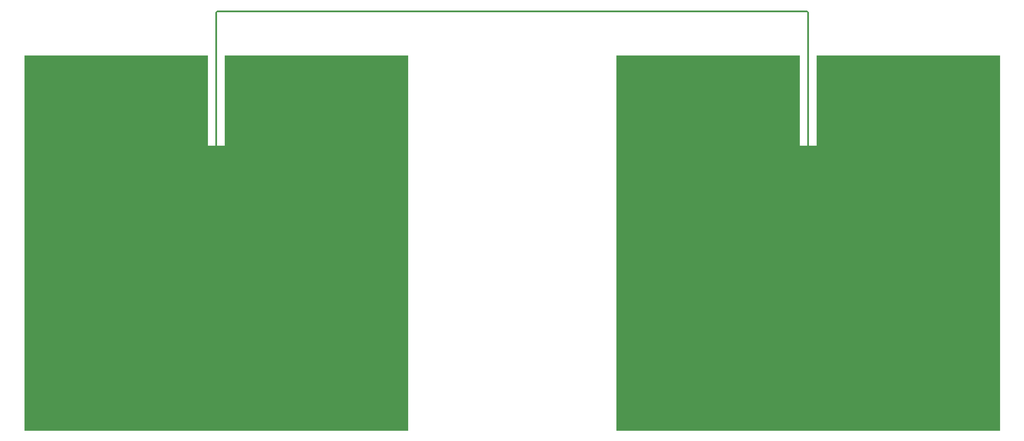
<source format=gbr>
G04 #@! TF.FileFunction,Copper,L1,Top,Signal*
%FSLAX46Y46*%
G04 Gerber Fmt 4.6, Leading zero omitted, Abs format (unit mm)*
G04 Created by KiCad (PCBNEW 201609280951+7255~55~ubuntu14.04.1-) date Wed Dec  7 05:21:48 2016*
%MOMM*%
%LPD*%
G01*
G04 APERTURE LIST*
%ADD10C,0.100000*%
%ADD11C,0.050000*%
G04 APERTURE END LIST*
D10*
D11*
G36*
X88167588Y-422154D02*
X88167588Y-40124000D01*
X88168068Y-40128877D01*
X88169491Y-40133567D01*
X88171801Y-40137889D01*
X88174910Y-40141678D01*
X88178699Y-40144787D01*
X88183021Y-40147097D01*
X88187711Y-40148520D01*
X88192588Y-40149000D01*
X90468588Y-40149000D01*
X90473465Y-40148520D01*
X90478155Y-40147097D01*
X90482477Y-40144787D01*
X90486266Y-40141678D01*
X90489375Y-40137889D01*
X90491685Y-40133567D01*
X90493108Y-40128877D01*
X90493588Y-40124000D01*
X90493588Y-13290900D01*
X144943588Y-13290900D01*
X144943588Y-124840900D01*
X30993588Y-124840900D01*
X30993588Y-13290900D01*
X85443588Y-13290900D01*
X85443588Y-40124000D01*
X85444068Y-40128877D01*
X85445491Y-40133567D01*
X85447801Y-40137889D01*
X85450910Y-40141678D01*
X85454699Y-40144787D01*
X85459021Y-40147097D01*
X85463711Y-40148520D01*
X85468588Y-40149000D01*
X87744588Y-40149000D01*
X87749465Y-40148520D01*
X87754155Y-40147097D01*
X87758477Y-40144787D01*
X87762266Y-40141678D01*
X87765375Y-40137889D01*
X87767685Y-40133567D01*
X87769108Y-40128877D01*
X87769588Y-40124000D01*
X87769588Y-348000D01*
X87769108Y-343123D01*
X87767685Y-338433D01*
X87765375Y-334111D01*
X87762266Y-330322D01*
X87758477Y-327213D01*
X87754155Y-324903D01*
X87749465Y-323480D01*
X87744588Y-323000D01*
X-87736612Y-323000D01*
X-87741489Y-323480D01*
X-87746179Y-324903D01*
X-87750501Y-327213D01*
X-87754290Y-330322D01*
X-87757399Y-334111D01*
X-87759709Y-338433D01*
X-87761132Y-343123D01*
X-87761612Y-348000D01*
X-87761612Y-40124000D01*
X-87761132Y-40128877D01*
X-87759709Y-40133567D01*
X-87757399Y-40137889D01*
X-87754290Y-40141678D01*
X-87750501Y-40144787D01*
X-87746179Y-40147097D01*
X-87741489Y-40148520D01*
X-87736612Y-40149000D01*
X-85460612Y-40149000D01*
X-85455735Y-40148520D01*
X-85451045Y-40147097D01*
X-85446723Y-40144787D01*
X-85442934Y-40141678D01*
X-85439825Y-40137889D01*
X-85437515Y-40133567D01*
X-85436092Y-40128877D01*
X-85435612Y-40124000D01*
X-85435612Y-13290900D01*
X-30985612Y-13290900D01*
X-30985612Y-124840900D01*
X-144935612Y-124840900D01*
X-144935612Y-13290900D01*
X-90485612Y-13290900D01*
X-90485612Y-40124000D01*
X-90485132Y-40128877D01*
X-90483709Y-40133567D01*
X-90481399Y-40137889D01*
X-90478290Y-40141678D01*
X-90474501Y-40144787D01*
X-90470179Y-40147097D01*
X-90465489Y-40148520D01*
X-90460612Y-40149000D01*
X-88184612Y-40149000D01*
X-88179735Y-40148520D01*
X-88175045Y-40147097D01*
X-88170723Y-40144787D01*
X-88166934Y-40141678D01*
X-88163825Y-40137889D01*
X-88161515Y-40133567D01*
X-88160092Y-40128877D01*
X-88159612Y-40124000D01*
X-88159612Y-422154D01*
X-87662556Y75000D01*
X87670532Y75000D01*
X88167588Y-422154D01*
X88167588Y-422154D01*
G37*
X88167588Y-422154D02*
X88167588Y-40124000D01*
X88168068Y-40128877D01*
X88169491Y-40133567D01*
X88171801Y-40137889D01*
X88174910Y-40141678D01*
X88178699Y-40144787D01*
X88183021Y-40147097D01*
X88187711Y-40148520D01*
X88192588Y-40149000D01*
X90468588Y-40149000D01*
X90473465Y-40148520D01*
X90478155Y-40147097D01*
X90482477Y-40144787D01*
X90486266Y-40141678D01*
X90489375Y-40137889D01*
X90491685Y-40133567D01*
X90493108Y-40128877D01*
X90493588Y-40124000D01*
X90493588Y-13290900D01*
X144943588Y-13290900D01*
X144943588Y-124840900D01*
X30993588Y-124840900D01*
X30993588Y-13290900D01*
X85443588Y-13290900D01*
X85443588Y-40124000D01*
X85444068Y-40128877D01*
X85445491Y-40133567D01*
X85447801Y-40137889D01*
X85450910Y-40141678D01*
X85454699Y-40144787D01*
X85459021Y-40147097D01*
X85463711Y-40148520D01*
X85468588Y-40149000D01*
X87744588Y-40149000D01*
X87749465Y-40148520D01*
X87754155Y-40147097D01*
X87758477Y-40144787D01*
X87762266Y-40141678D01*
X87765375Y-40137889D01*
X87767685Y-40133567D01*
X87769108Y-40128877D01*
X87769588Y-40124000D01*
X87769588Y-348000D01*
X87769108Y-343123D01*
X87767685Y-338433D01*
X87765375Y-334111D01*
X87762266Y-330322D01*
X87758477Y-327213D01*
X87754155Y-324903D01*
X87749465Y-323480D01*
X87744588Y-323000D01*
X-87736612Y-323000D01*
X-87741489Y-323480D01*
X-87746179Y-324903D01*
X-87750501Y-327213D01*
X-87754290Y-330322D01*
X-87757399Y-334111D01*
X-87759709Y-338433D01*
X-87761132Y-343123D01*
X-87761612Y-348000D01*
X-87761612Y-40124000D01*
X-87761132Y-40128877D01*
X-87759709Y-40133567D01*
X-87757399Y-40137889D01*
X-87754290Y-40141678D01*
X-87750501Y-40144787D01*
X-87746179Y-40147097D01*
X-87741489Y-40148520D01*
X-87736612Y-40149000D01*
X-85460612Y-40149000D01*
X-85455735Y-40148520D01*
X-85451045Y-40147097D01*
X-85446723Y-40144787D01*
X-85442934Y-40141678D01*
X-85439825Y-40137889D01*
X-85437515Y-40133567D01*
X-85436092Y-40128877D01*
X-85435612Y-40124000D01*
X-85435612Y-13290900D01*
X-30985612Y-13290900D01*
X-30985612Y-124840900D01*
X-144935612Y-124840900D01*
X-144935612Y-13290900D01*
X-90485612Y-13290900D01*
X-90485612Y-40124000D01*
X-90485132Y-40128877D01*
X-90483709Y-40133567D01*
X-90481399Y-40137889D01*
X-90478290Y-40141678D01*
X-90474501Y-40144787D01*
X-90470179Y-40147097D01*
X-90465489Y-40148520D01*
X-90460612Y-40149000D01*
X-88184612Y-40149000D01*
X-88179735Y-40148520D01*
X-88175045Y-40147097D01*
X-88170723Y-40144787D01*
X-88166934Y-40141678D01*
X-88163825Y-40137889D01*
X-88161515Y-40133567D01*
X-88160092Y-40128877D01*
X-88159612Y-40124000D01*
X-88159612Y-422154D01*
X-87662556Y75000D01*
X87670532Y75000D01*
X88167588Y-422154D01*
M02*

</source>
